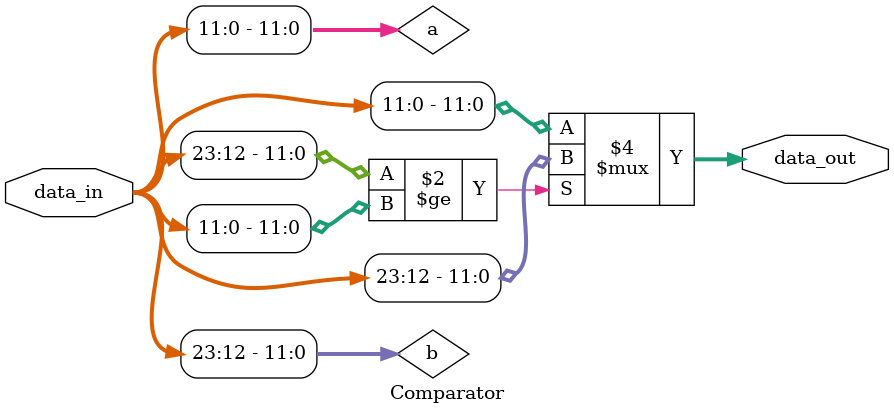
<source format=v>
module Comparator(
    input wire signed [12*2-1:0] data_in,
    output reg signed [11:0] data_out
);

wire signed [11:0] a, b;

assign a = data_in[11:0];
assign b = data_in[23:12];

    always @(*) begin
        if (b >= a) begin
            data_out = b;
        end
        else begin
            data_out = a;
        end
    end

endmodule
</source>
